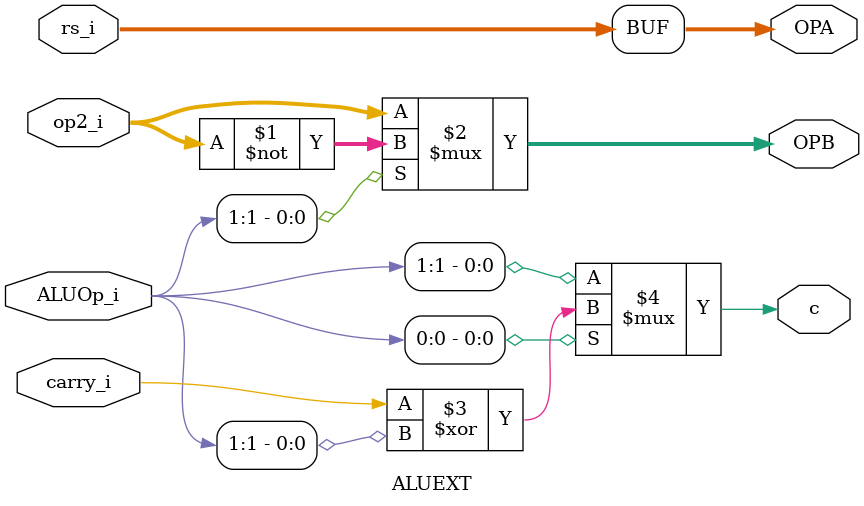
<source format=v>
module ALUEXT (
	input  [7:0] rs_i,
	input  [7:0] op2_i,
	input  [1:0] ALUOp_i,
	input        carry_i,
	output [7:0] OPA,
	output [7:0] OPB,
	output c
);

	assign OPA = rs_i;
	assign OPB = (ALUOp_i[1])?~op2_i:op2_i;
	assign c = (ALUOp_i[0])?
				  (carry_i^ALUOp_i[1]):
				  ALUOp_i[1];

endmodule 
</source>
